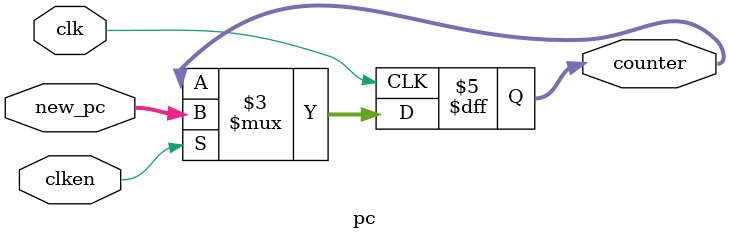
<source format=v>
module pc(clken,clk,new_pc,counter);
    input clken;
    input clk;
    input [31:0] new_pc;
    output reg [31:0] counter = 32'b0;

    always @ (posedge clk)
        if (clken)
            counter <= new_pc;
endmodule

</source>
